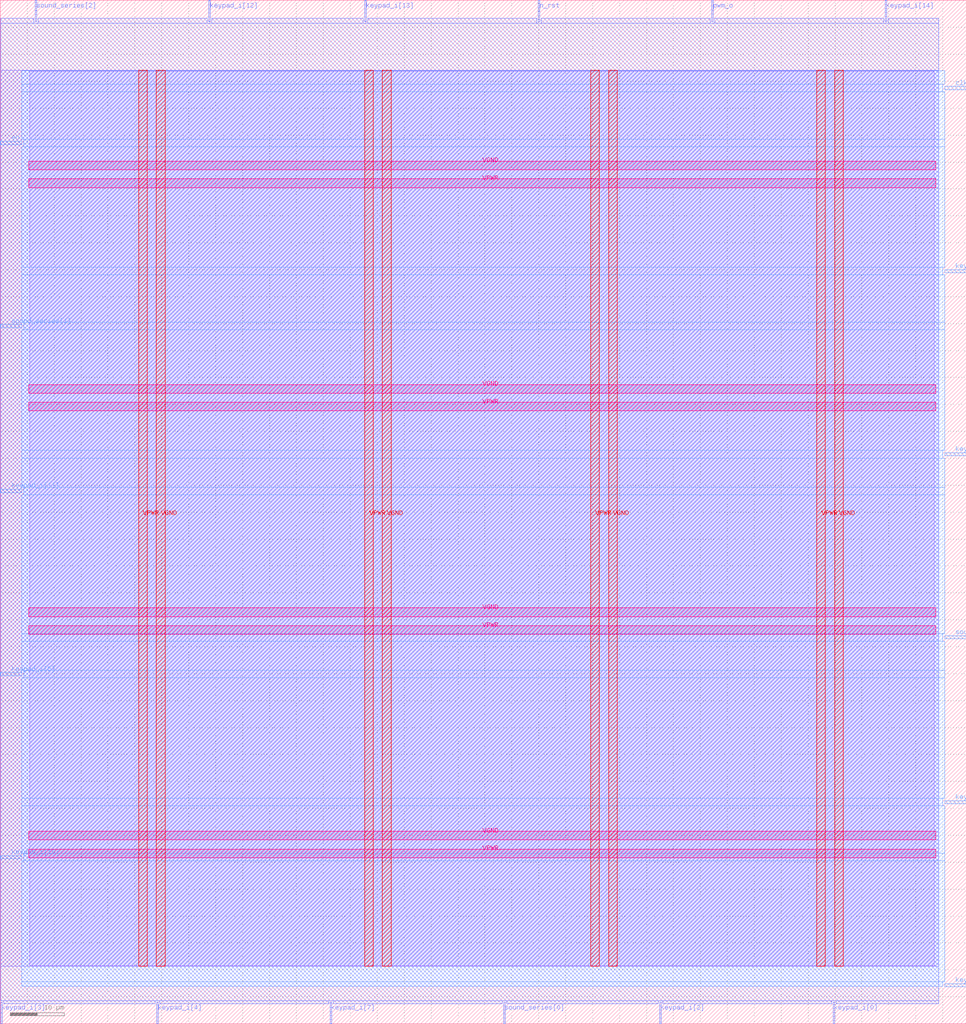
<source format=lef>
VERSION 5.7 ;
  NOWIREEXTENSIONATPIN ON ;
  DIVIDERCHAR "/" ;
  BUSBITCHARS "[]" ;
MACRO synth
  CLASS BLOCK ;
  FOREIGN synth ;
  ORIGIN 0.000 0.000 ;
  SIZE 179.365 BY 190.085 ;
  PIN VGND
    DIRECTION INOUT ;
    USE GROUND ;
    PORT
      LAYER met4 ;
        RECT 29.005 10.640 30.605 177.040 ;
    END
    PORT
      LAYER met4 ;
        RECT 70.975 10.640 72.575 177.040 ;
    END
    PORT
      LAYER met4 ;
        RECT 112.945 10.640 114.545 177.040 ;
    END
    PORT
      LAYER met4 ;
        RECT 154.915 10.640 156.515 177.040 ;
    END
    PORT
      LAYER met5 ;
        RECT 5.280 34.120 173.660 35.720 ;
    END
    PORT
      LAYER met5 ;
        RECT 5.280 75.600 173.660 77.200 ;
    END
    PORT
      LAYER met5 ;
        RECT 5.280 117.080 173.660 118.680 ;
    END
    PORT
      LAYER met5 ;
        RECT 5.280 158.560 173.660 160.160 ;
    END
  END VGND
  PIN VPWR
    DIRECTION INOUT ;
    USE POWER ;
    PORT
      LAYER met4 ;
        RECT 25.705 10.640 27.305 177.040 ;
    END
    PORT
      LAYER met4 ;
        RECT 67.675 10.640 69.275 177.040 ;
    END
    PORT
      LAYER met4 ;
        RECT 109.645 10.640 111.245 177.040 ;
    END
    PORT
      LAYER met4 ;
        RECT 151.615 10.640 153.215 177.040 ;
    END
    PORT
      LAYER met5 ;
        RECT 5.280 30.820 173.660 32.420 ;
    END
    PORT
      LAYER met5 ;
        RECT 5.280 72.300 173.660 73.900 ;
    END
    PORT
      LAYER met5 ;
        RECT 5.280 113.780 173.660 115.380 ;
    END
    PORT
      LAYER met5 ;
        RECT 5.280 155.260 173.660 156.860 ;
    END
  END VPWR
  PIN clk
    DIRECTION INPUT ;
    USE SIGNAL ;
    ANTENNAGATEAREA 0.852000 ;
    PORT
      LAYER met3 ;
        RECT 175.365 173.440 179.365 174.040 ;
    END
  END clk
  PIN en
    DIRECTION INPUT ;
    USE SIGNAL ;
    ANTENNAGATEAREA 0.247500 ;
    PORT
      LAYER met3 ;
        RECT 0.000 163.240 4.000 163.840 ;
    END
  END en
  PIN keypad_i[0]
    DIRECTION INPUT ;
    USE SIGNAL ;
    ANTENNAGATEAREA 0.196500 ;
    PORT
      LAYER met2 ;
        RECT 154.650 0.000 154.930 4.000 ;
    END
  END keypad_i[0]
  PIN keypad_i[10]
    DIRECTION INPUT ;
    USE SIGNAL ;
    ANTENNAGATEAREA 0.196500 ;
    PORT
      LAYER met3 ;
        RECT 0.000 30.640 4.000 31.240 ;
    END
  END keypad_i[10]
  PIN keypad_i[11]
    DIRECTION INPUT ;
    USE SIGNAL ;
    ANTENNAGATEAREA 0.196500 ;
    PORT
      LAYER met3 ;
        RECT 0.000 98.640 4.000 99.240 ;
    END
  END keypad_i[11]
  PIN keypad_i[12]
    DIRECTION INPUT ;
    USE SIGNAL ;
    ANTENNAGATEAREA 0.196500 ;
    PORT
      LAYER met2 ;
        RECT 38.730 186.085 39.010 190.085 ;
    END
  END keypad_i[12]
  PIN keypad_i[13]
    DIRECTION INPUT ;
    USE SIGNAL ;
    ANTENNAGATEAREA 0.196500 ;
    PORT
      LAYER met2 ;
        RECT 67.710 186.085 67.990 190.085 ;
    END
  END keypad_i[13]
  PIN keypad_i[14]
    DIRECTION INPUT ;
    USE SIGNAL ;
    ANTENNAGATEAREA 0.196500 ;
    PORT
      LAYER met2 ;
        RECT 164.310 186.085 164.590 190.085 ;
    END
  END keypad_i[14]
  PIN keypad_i[1]
    DIRECTION INPUT ;
    USE SIGNAL ;
    ANTENNAGATEAREA 0.196500 ;
    PORT
      LAYER met3 ;
        RECT 175.365 40.840 179.365 41.440 ;
    END
  END keypad_i[1]
  PIN keypad_i[2]
    DIRECTION INPUT ;
    USE SIGNAL ;
    ANTENNAGATEAREA 0.196500 ;
    PORT
      LAYER met2 ;
        RECT 122.450 0.000 122.730 4.000 ;
    END
  END keypad_i[2]
  PIN keypad_i[3]
    DIRECTION INPUT ;
    USE SIGNAL ;
    ANTENNAGATEAREA 0.196500 ;
    PORT
      LAYER met2 ;
        RECT 0.090 0.000 0.370 4.000 ;
    END
  END keypad_i[3]
  PIN keypad_i[4]
    DIRECTION INPUT ;
    USE SIGNAL ;
    ANTENNAGATEAREA 0.196500 ;
    PORT
      LAYER met2 ;
        RECT 29.070 0.000 29.350 4.000 ;
    END
  END keypad_i[4]
  PIN keypad_i[5]
    DIRECTION INPUT ;
    USE SIGNAL ;
    ANTENNAGATEAREA 0.196500 ;
    PORT
      LAYER met3 ;
        RECT 0.000 64.640 4.000 65.240 ;
    END
  END keypad_i[5]
  PIN keypad_i[6]
    DIRECTION INPUT ;
    USE SIGNAL ;
    ANTENNAGATEAREA 0.196500 ;
    PORT
      LAYER met3 ;
        RECT 175.365 6.840 179.365 7.440 ;
    END
  END keypad_i[6]
  PIN keypad_i[7]
    DIRECTION INPUT ;
    USE SIGNAL ;
    ANTENNAGATEAREA 0.196500 ;
    PORT
      LAYER met2 ;
        RECT 61.270 0.000 61.550 4.000 ;
    END
  END keypad_i[7]
  PIN keypad_i[8]
    DIRECTION INPUT ;
    USE SIGNAL ;
    ANTENNAGATEAREA 0.196500 ;
    PORT
      LAYER met3 ;
        RECT 175.365 105.440 179.365 106.040 ;
    END
  END keypad_i[8]
  PIN keypad_i[9]
    DIRECTION INPUT ;
    USE SIGNAL ;
    ANTENNAGATEAREA 0.196500 ;
    PORT
      LAYER met3 ;
        RECT 175.365 139.440 179.365 140.040 ;
    END
  END keypad_i[9]
  PIN n_rst
    DIRECTION INPUT ;
    USE SIGNAL ;
    ANTENNAGATEAREA 0.159000 ;
    PORT
      LAYER met2 ;
        RECT 99.910 186.085 100.190 190.085 ;
    END
  END n_rst
  PIN pwm_o
    DIRECTION OUTPUT TRISTATE ;
    USE SIGNAL ;
    ANTENNADIFFAREA 0.795200 ;
    PORT
      LAYER met2 ;
        RECT 132.110 186.085 132.390 190.085 ;
    END
  END pwm_o
  PIN sound_series[0]
    DIRECTION OUTPUT TRISTATE ;
    USE SIGNAL ;
    ANTENNADIFFAREA 0.795200 ;
    PORT
      LAYER met2 ;
        RECT 93.470 0.000 93.750 4.000 ;
    END
  END sound_series[0]
  PIN sound_series[1]
    DIRECTION OUTPUT TRISTATE ;
    USE SIGNAL ;
    ANTENNADIFFAREA 0.795200 ;
    PORT
      LAYER met3 ;
        RECT 0.000 129.240 4.000 129.840 ;
    END
  END sound_series[1]
  PIN sound_series[2]
    DIRECTION OUTPUT TRISTATE ;
    USE SIGNAL ;
    ANTENNADIFFAREA 0.795200 ;
    PORT
      LAYER met2 ;
        RECT 6.530 186.085 6.810 190.085 ;
    END
  END sound_series[2]
  PIN sound_series[3]
    DIRECTION OUTPUT TRISTATE ;
    USE SIGNAL ;
    ANTENNADIFFAREA 0.445500 ;
    PORT
      LAYER met3 ;
        RECT 175.365 71.440 179.365 72.040 ;
    END
  END sound_series[3]
  OBS
      LAYER li1 ;
        RECT 5.520 10.795 173.420 176.885 ;
      LAYER met1 ;
        RECT 0.070 10.640 174.270 177.040 ;
      LAYER met2 ;
        RECT 0.100 185.805 6.250 186.730 ;
        RECT 7.090 185.805 38.450 186.730 ;
        RECT 39.290 185.805 67.430 186.730 ;
        RECT 68.270 185.805 99.630 186.730 ;
        RECT 100.470 185.805 131.830 186.730 ;
        RECT 132.670 185.805 164.030 186.730 ;
        RECT 164.870 185.805 174.250 186.730 ;
        RECT 0.100 4.280 174.250 185.805 ;
        RECT 0.650 3.670 28.790 4.280 ;
        RECT 29.630 3.670 60.990 4.280 ;
        RECT 61.830 3.670 93.190 4.280 ;
        RECT 94.030 3.670 122.170 4.280 ;
        RECT 123.010 3.670 154.370 4.280 ;
        RECT 155.210 3.670 174.250 4.280 ;
      LAYER met3 ;
        RECT 3.990 174.440 175.365 176.965 ;
        RECT 3.990 173.040 174.965 174.440 ;
        RECT 3.990 164.240 175.365 173.040 ;
        RECT 4.400 162.840 175.365 164.240 ;
        RECT 3.990 140.440 175.365 162.840 ;
        RECT 3.990 139.040 174.965 140.440 ;
        RECT 3.990 130.240 175.365 139.040 ;
        RECT 4.400 128.840 175.365 130.240 ;
        RECT 3.990 106.440 175.365 128.840 ;
        RECT 3.990 105.040 174.965 106.440 ;
        RECT 3.990 99.640 175.365 105.040 ;
        RECT 4.400 98.240 175.365 99.640 ;
        RECT 3.990 72.440 175.365 98.240 ;
        RECT 3.990 71.040 174.965 72.440 ;
        RECT 3.990 65.640 175.365 71.040 ;
        RECT 4.400 64.240 175.365 65.640 ;
        RECT 3.990 41.840 175.365 64.240 ;
        RECT 3.990 40.440 174.965 41.840 ;
        RECT 3.990 31.640 175.365 40.440 ;
        RECT 4.400 30.240 175.365 31.640 ;
        RECT 3.990 7.840 175.365 30.240 ;
        RECT 3.990 6.975 174.965 7.840 ;
  END
END synth
END LIBRARY


</source>
